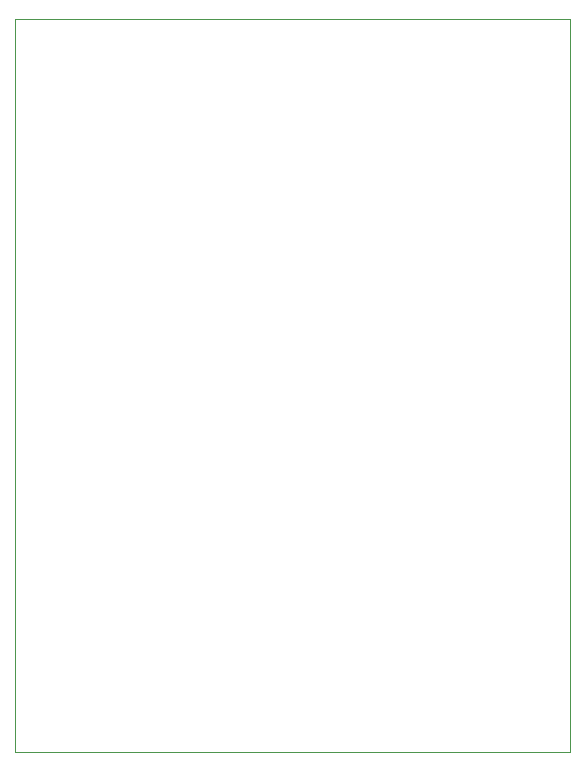
<source format=gbr>
%TF.GenerationSoftware,KiCad,Pcbnew,(6.0.11)*%
%TF.CreationDate,2023-05-27T13:57:12+02:00*%
%TF.ProjectId,Orp-pH Board,4f72702d-7048-4204-926f-6172642e6b69,V1.0*%
%TF.SameCoordinates,Original*%
%TF.FileFunction,Profile,NP*%
%FSLAX46Y46*%
G04 Gerber Fmt 4.6, Leading zero omitted, Abs format (unit mm)*
G04 Created by KiCad (PCBNEW (6.0.11)) date 2023-05-27 13:57:12*
%MOMM*%
%LPD*%
G01*
G04 APERTURE LIST*
%TA.AperFunction,Profile*%
%ADD10C,0.100000*%
%TD*%
G04 APERTURE END LIST*
D10*
X108839000Y-83185000D02*
X155829000Y-83185000D01*
X155829000Y-83185000D02*
X155829000Y-145288000D01*
X155829000Y-145288000D02*
X108839000Y-145288000D01*
X108839000Y-145288000D02*
X108839000Y-83185000D01*
M02*

</source>
